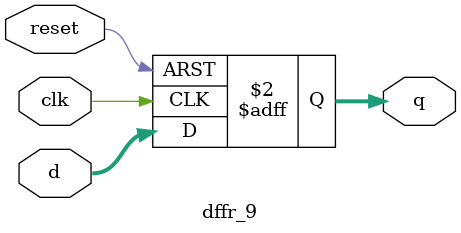
<source format=v>
module dffr_9 ( clk, reset, d, q );
	// synthesis attribute keep_hierarchy dffr_9 "true";
	input clk;
	input reset;
	input [8:0] d;
	output [8:0] q;
	reg [8:0] q;
	
	always @(posedge clk or posedge reset) begin
		if (reset)
			q <= 9'b0;
		else
			q <= d;
	end
endmodule
</source>
